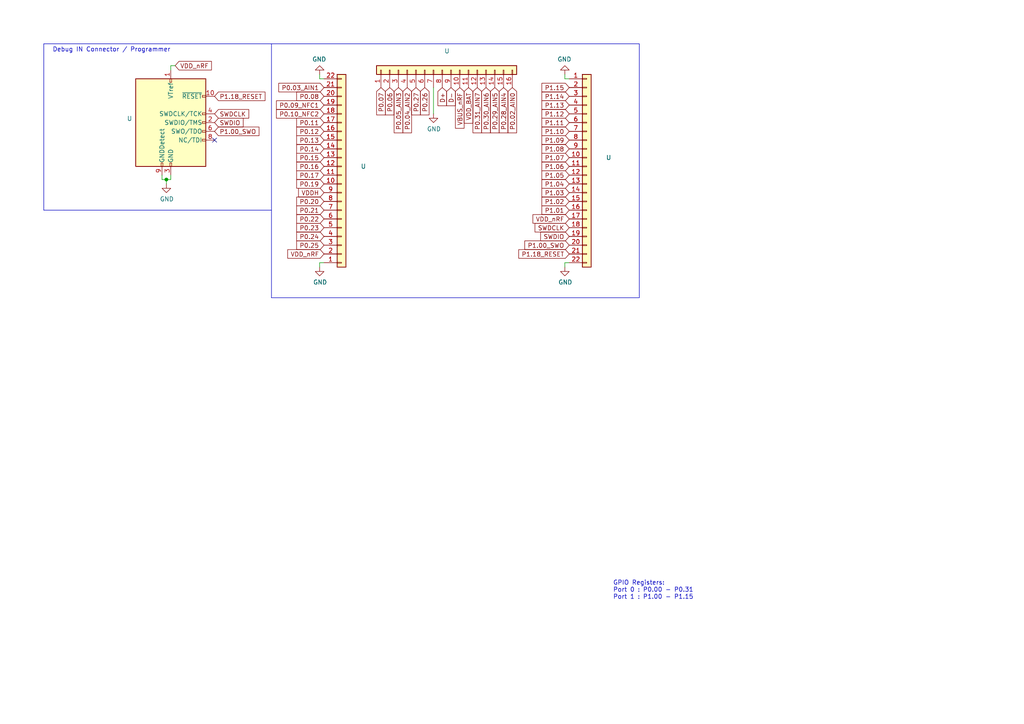
<source format=kicad_sch>
(kicad_sch (version 20220622) (generator eeschema)
  (paper "A4")
  (title_block (title "nRF52840_breakout") (date "2019-03-22") (rev "1.0.0"))
  (lib_symbols
    (symbol "Connector:Conn_ARM_JTAG_SWD_10" (pin_names (offset 1.016))
      (property "Reference" "J" (at -2.54 16.51 0))
      (property "Value" "Conn_ARM_JTAG_SWD_10" (at -2.54 13.97 0))
      (symbol "Conn_ARM_JTAG_SWD_10_0_1"
        (rectangle (start -10.16 12.7) (end 10.16 -12.7) (stroke (width 0.254)) (fill (type background)))
        (rectangle (start -2.794 -12.7) (end -2.286 -11.684))
        (rectangle (start -0.254 -12.7) (end 0.254 -11.684))
        (rectangle (start -0.254 12.7) (end 0.254 11.684))
        (rectangle (start 9.144 2.286) (end 10.16 2.794))
        (rectangle (start 10.16 -2.794) (end 9.144 -2.286))
        (rectangle (start 10.16 -0.254) (end 9.144 0.254))
        (rectangle (start 10.16 7.874) (end 9.144 7.366))
      )
      (symbol "Conn_ARM_JTAG_SWD_10_1_1"
        (rectangle (start 9.144 -5.334) (end 10.16 -4.826))
        (pin power_in line (at 0 15.24 270) (length 2.54) (name "VTref") (number "1"))
        (pin open_collector line (at 12.7 7.62 180) (length 2.54) (name "~{RESET}") (number "10"))
        (pin bidirectional line (at 12.7 0 180) (length 2.54) (name "SWDIO/TMS") (number "2"))
        (pin power_in line (at 0 -15.24 90) (length 2.54) (name "GND") (number "3"))
        (pin output line (at 12.7 2.54 180) (length 2.54) (name "SWDCLK/TCK") (number "4"))
        (pin passive line (at 0 -15.24 90) (length 2.54) hide (name "GND") (number "5"))
        (pin input line (at 12.7 -2.54 180) (length 2.54) (name "SWO/TDO") (number "6"))
        (pin no_connect line (at -10.16 0 0) (length 2.54) hide (name "KEY") (number "7"))
        (pin output line (at 12.7 -5.08 180) (length 2.54) (name "NC/TDI") (number "8"))
        (pin passive line (at -2.54 -15.24 90) (length 2.54) (name "GNDDetect") (number "9"))
      )
    )
    (symbol "Connector_Generic:Conn_01x16" (pin_names (offset 1.016) hide)
      (property "Reference" "J" (at 0 20.32 0))
      (property "Value" "Conn_01x16" (at 0 -22.86 0))
      (symbol "Conn_01x16_1_1"
        (rectangle (start -1.27 -20.193) (end 0 -20.447) (stroke (width 0.1524)))
        (rectangle (start -1.27 -17.653) (end 0 -17.907) (stroke (width 0.1524)))
        (rectangle (start -1.27 -15.113) (end 0 -15.367) (stroke (width 0.1524)))
        (rectangle (start -1.27 -12.573) (end 0 -12.827) (stroke (width 0.1524)))
        (rectangle (start -1.27 -10.033) (end 0 -10.287) (stroke (width 0.1524)))
        (rectangle (start -1.27 -7.493) (end 0 -7.747) (stroke (width 0.1524)))
        (rectangle (start -1.27 -4.953) (end 0 -5.207) (stroke (width 0.1524)))
        (rectangle (start -1.27 -2.413) (end 0 -2.667) (stroke (width 0.1524)))
        (rectangle (start -1.27 0.127) (end 0 -0.127) (stroke (width 0.1524)))
        (rectangle (start -1.27 2.667) (end 0 2.413) (stroke (width 0.1524)))
        (rectangle (start -1.27 5.207) (end 0 4.953) (stroke (width 0.1524)))
        (rectangle (start -1.27 7.747) (end 0 7.493) (stroke (width 0.1524)))
        (rectangle (start -1.27 10.287) (end 0 10.033) (stroke (width 0.1524)))
        (rectangle (start -1.27 12.827) (end 0 12.573) (stroke (width 0.1524)))
        (rectangle (start -1.27 15.367) (end 0 15.113) (stroke (width 0.1524)))
        (rectangle (start -1.27 17.907) (end 0 17.653) (stroke (width 0.1524)))
        (rectangle (start -1.27 19.05) (end 1.27 -21.59) (stroke (width 0.254)) (fill (type background)))
        (pin passive line (at -5.08 17.78 0) (length 3.81) (name "Pin_1") (number "1"))
        (pin passive line (at -5.08 -5.08 0) (length 3.81) (name "Pin_10") (number "10"))
        (pin passive line (at -5.08 -7.62 0) (length 3.81) (name "Pin_11") (number "11"))
        (pin passive line (at -5.08 -10.16 0) (length 3.81) (name "Pin_12") (number "12"))
        (pin passive line (at -5.08 -12.7 0) (length 3.81) (name "Pin_13") (number "13"))
        (pin passive line (at -5.08 -15.24 0) (length 3.81) (name "Pin_14") (number "14"))
        (pin passive line (at -5.08 -17.78 0) (length 3.81) (name "Pin_15") (number "15"))
        (pin passive line (at -5.08 -20.32 0) (length 3.81) (name "Pin_16") (number "16"))
        (pin passive line (at -5.08 15.24 0) (length 3.81) (name "Pin_2") (number "2"))
        (pin passive line (at -5.08 12.7 0) (length 3.81) (name "Pin_3") (number "3"))
        (pin passive line (at -5.08 10.16 0) (length 3.81) (name "Pin_4") (number "4"))
        (pin passive line (at -5.08 7.62 0) (length 3.81) (name "Pin_5") (number "5"))
        (pin passive line (at -5.08 5.08 0) (length 3.81) (name "Pin_6") (number "6"))
        (pin passive line (at -5.08 2.54 0) (length 3.81) (name "Pin_7") (number "7"))
        (pin passive line (at -5.08 0 0) (length 3.81) (name "Pin_8") (number "8"))
        (pin passive line (at -5.08 -2.54 0) (length 3.81) (name "Pin_9") (number "9"))
      )
    )
    (symbol "Connector_Generic:Conn_01x22" (pin_names (offset 1.016) hide)
      (property "Reference" "J" (at 0 27.94 0))
      (property "Value" "Conn_01x22" (at 0 -30.48 0))
      (symbol "Conn_01x22_1_1"
        (rectangle (start -1.27 -27.813) (end 0 -28.067) (stroke (width 0.1524)))
        (rectangle (start -1.27 -25.273) (end 0 -25.527) (stroke (width 0.1524)))
        (rectangle (start -1.27 -22.733) (end 0 -22.987) (stroke (width 0.1524)))
        (rectangle (start -1.27 -20.193) (end 0 -20.447) (stroke (width 0.1524)))
        (rectangle (start -1.27 -17.653) (end 0 -17.907) (stroke (width 0.1524)))
        (rectangle (start -1.27 -15.113) (end 0 -15.367) (stroke (width 0.1524)))
        (rectangle (start -1.27 -12.573) (end 0 -12.827) (stroke (width 0.1524)))
        (rectangle (start -1.27 -10.033) (end 0 -10.287) (stroke (width 0.1524)))
        (rectangle (start -1.27 -7.493) (end 0 -7.747) (stroke (width 0.1524)))
        (rectangle (start -1.27 -4.953) (end 0 -5.207) (stroke (width 0.1524)))
        (rectangle (start -1.27 -2.413) (end 0 -2.667) (stroke (width 0.1524)))
        (rectangle (start -1.27 0.127) (end 0 -0.127) (stroke (width 0.1524)))
        (rectangle (start -1.27 2.667) (end 0 2.413) (stroke (width 0.1524)))
        (rectangle (start -1.27 5.207) (end 0 4.953) (stroke (width 0.1524)))
        (rectangle (start -1.27 7.747) (end 0 7.493) (stroke (width 0.1524)))
        (rectangle (start -1.27 10.287) (end 0 10.033) (stroke (width 0.1524)))
        (rectangle (start -1.27 12.827) (end 0 12.573) (stroke (width 0.1524)))
        (rectangle (start -1.27 15.367) (end 0 15.113) (stroke (width 0.1524)))
        (rectangle (start -1.27 17.907) (end 0 17.653) (stroke (width 0.1524)))
        (rectangle (start -1.27 20.447) (end 0 20.193) (stroke (width 0.1524)))
        (rectangle (start -1.27 22.987) (end 0 22.733) (stroke (width 0.1524)))
        (rectangle (start -1.27 25.527) (end 0 25.273) (stroke (width 0.1524)))
        (rectangle (start -1.27 26.67) (end 1.27 -29.21) (stroke (width 0.254)) (fill (type background)))
        (pin passive line (at -5.08 25.4 0) (length 3.81) (name "Pin_1") (number "1"))
        (pin passive line (at -5.08 2.54 0) (length 3.81) (name "Pin_10") (number "10"))
        (pin passive line (at -5.08 0 0) (length 3.81) (name "Pin_11") (number "11"))
        (pin passive line (at -5.08 -2.54 0) (length 3.81) (name "Pin_12") (number "12"))
        (pin passive line (at -5.08 -5.08 0) (length 3.81) (name "Pin_13") (number "13"))
        (pin passive line (at -5.08 -7.62 0) (length 3.81) (name "Pin_14") (number "14"))
        (pin passive line (at -5.08 -10.16 0) (length 3.81) (name "Pin_15") (number "15"))
        (pin passive line (at -5.08 -12.7 0) (length 3.81) (name "Pin_16") (number "16"))
        (pin passive line (at -5.08 -15.24 0) (length 3.81) (name "Pin_17") (number "17"))
        (pin passive line (at -5.08 -17.78 0) (length 3.81) (name "Pin_18") (number "18"))
        (pin passive line (at -5.08 -20.32 0) (length 3.81) (name "Pin_19") (number "19"))
        (pin passive line (at -5.08 22.86 0) (length 3.81) (name "Pin_2") (number "2"))
        (pin passive line (at -5.08 -22.86 0) (length 3.81) (name "Pin_20") (number "20"))
        (pin passive line (at -5.08 -25.4 0) (length 3.81) (name "Pin_21") (number "21"))
        (pin passive line (at -5.08 -27.94 0) (length 3.81) (name "Pin_22") (number "22"))
        (pin passive line (at -5.08 20.32 0) (length 3.81) (name "Pin_3") (number "3"))
        (pin passive line (at -5.08 17.78 0) (length 3.81) (name "Pin_4") (number "4"))
        (pin passive line (at -5.08 15.24 0) (length 3.81) (name "Pin_5") (number "5"))
        (pin passive line (at -5.08 12.7 0) (length 3.81) (name "Pin_6") (number "6"))
        (pin passive line (at -5.08 10.16 0) (length 3.81) (name "Pin_7") (number "7"))
        (pin passive line (at -5.08 7.62 0) (length 3.81) (name "Pin_8") (number "8"))
        (pin passive line (at -5.08 5.08 0) (length 3.81) (name "Pin_9") (number "9"))
      )
    )
    (symbol "power:GND" (power) (pin_names (offset 0))
      (property "Value" "GND" (at 0 -3.81 0))
      (symbol "GND_0_1"
        (polyline (pts (xy 0 0) (xy 0 -1.27) (xy 1.27 -1.27) (xy 0 -2.54) (xy -1.27 -1.27) (xy 0 -1.27)))
      )
      (symbol "GND_1_1"
        (pin power_in line (at 0 0 270) (length 0) hide (name "GND") (number "1"))
      )
    )
  )
  (junction (at 48.26 52.07))
  (no_connect (at 62.23 40.64))
  (polyline (pts (xy 78.74 60.96) (xy 12.7 60.96)))
  (polyline (pts (xy 78.74 12.7) (xy 78.74 86.36)))
  (wire (pts (xy 163.83 21.59) (xy 163.83 22.86)))
  (wire (pts (xy 46.99 52.07) (xy 48.26 52.07)))
  (wire (pts (xy 49.53 19.05) (xy 49.53 20.32)))
  (wire (pts (xy 46.99 50.8) (xy 46.99 52.07)))
  (wire (pts (xy 165.1 76.2) (xy 163.83 76.2)))
  (wire (pts (xy 92.71 22.86) (xy 93.98 22.86)))
  (wire (pts (xy 48.26 52.07) (xy 49.53 52.07)))
  (polyline (pts (xy 185.42 86.36) (xy 185.42 12.7)))
  (wire (pts (xy 49.53 52.07) (xy 49.53 50.8)))
  (wire (pts (xy 92.71 77.47) (xy 92.71 76.2)))
  (wire (pts (xy 92.71 76.2) (xy 93.98 76.2)))
  (wire (pts (xy 92.71 21.59) (xy 92.71 22.86)))
  (wire (pts (xy 48.26 52.07) (xy 48.26 53.34)))
  (polyline (pts (xy 12.7 12.7) (xy 185.42 12.7)))
  (polyline (pts (xy 78.74 86.36) (xy 185.42 86.36)))
  (wire (pts (xy 125.73 33.02) (xy 125.73 25.4)))
  (wire (pts (xy 163.83 22.86) (xy 165.1 22.86)))
  (wire (pts (xy 163.83 76.2) (xy 163.83 77.47)))
  (wire (pts (xy 50.8 19.05) (xy 49.53 19.05)))
  (polyline (pts (xy 12.7 60.96) (xy 12.7 12.7)))
  (text "Debug IN Connector / Programmer" (at 15.24 15.24 0) (effects (font (size 1.27 1.27)) (justify left bottom)))
  (text "GPIO Registers:\nPort 0 : P0.00 - P0.31\nPort 1 : P1.00 - P1.15" (at 177.8 173.99 0) (effects (font (size 1.27 1.27)) (justify left bottom)))
  (global_label "P0.14" (shape input) (at 93.98 43.18 180) (property "Intersheetrefs" "${INTERSHEET_REFS}" (at 0 0 0)))
  (global_label "P0.19" (shape input) (at 93.98 53.34 180) (property "Intersheetrefs" "${INTERSHEET_REFS}" (at 0 0 0)))
  (global_label "P1.18_RESET" (shape input) (at 62.23 27.94 0) (property "Intersheetrefs" "${INTERSHEET_REFS}" (at 0 0 0)))
  (global_label "P0.11" (shape input) (at 93.98 35.56 180) (property "Intersheetrefs" "${INTERSHEET_REFS}" (at 0 0 0)))
  (global_label "P0.13" (shape input) (at 93.98 40.64 180) (property "Intersheetrefs" "${INTERSHEET_REFS}" (at 0 0 0)))
  (global_label "P0.17" (shape input) (at 93.98 50.8 180) (property "Intersheetrefs" "${INTERSHEET_REFS}" (at 0 0 0)))
  (global_label "P1.05" (shape input) (at 165.1 50.8 180) (property "Intersheetrefs" "${INTERSHEET_REFS}" (at 0 0 0)))
  (global_label "P0.24" (shape input) (at 93.98 68.58 180) (property "Intersheetrefs" "${INTERSHEET_REFS}" (at 0 0 0)))
  (global_label "P1.18_RESET" (shape input) (at 165.1 73.66 180) (property "Intersheetrefs" "${INTERSHEET_REFS}" (at 0 0 0)))
  (global_label "P0.15" (shape input) (at 93.98 45.72 180) (property "Intersheetrefs" "${INTERSHEET_REFS}" (at 0 0 0)))
  (global_label "SWDCLK" (shape input) (at 165.1 66.04 180) (property "Intersheetrefs" "${INTERSHEET_REFS}" (at 0 0 0)))
  (global_label "P1.00_SWO" (shape input) (at 62.23 38.1 0) (property "Intersheetrefs" "${INTERSHEET_REFS}" (at 0 0 0)))
  (global_label "P0.28_AIN4" (shape input) (at 146.05 25.4 270) (property "Intersheetrefs" "${INTERSHEET_REFS}" (at 0 0 0)))
  (global_label "D+" (shape input) (at 128.27 25.4 270) (property "Intersheetrefs" "${INTERSHEET_REFS}" (at 0 0 0)))
  (global_label "P1.01" (shape input) (at 165.1 60.96 180) (property "Intersheetrefs" "${INTERSHEET_REFS}" (at 0 0 0)))
  (global_label "P1.14" (shape input) (at 165.1 27.94 180) (property "Intersheetrefs" "${INTERSHEET_REFS}" (at 0 0 0)))
  (global_label "P0.21" (shape input) (at 93.98 60.96 180) (property "Intersheetrefs" "${INTERSHEET_REFS}" (at 0 0 0)))
  (global_label "VDD_BAT" (shape input) (at 135.89 25.4 270) (property "Intersheetrefs" "${INTERSHEET_REFS}" (at 0 0 0)))
  (global_label "P1.04" (shape input) (at 165.1 53.34 180) (property "Intersheetrefs" "${INTERSHEET_REFS}" (at 0 0 0)))
  (global_label "P0.29_AIN5" (shape input) (at 143.51 25.4 270) (property "Intersheetrefs" "${INTERSHEET_REFS}" (at 0 0 0)))
  (global_label "P0.10_NFC2" (shape input) (at 93.98 33.02 180) (property "Intersheetrefs" "${INTERSHEET_REFS}" (at 0 0 0)))
  (global_label "P0.09_NFC1" (shape input) (at 93.98 30.48 180) (property "Intersheetrefs" "${INTERSHEET_REFS}" (at 0 0 0)))
  (global_label "SWDCLK" (shape input) (at 62.23 33.02 0) (property "Intersheetrefs" "${INTERSHEET_REFS}" (at 0 0 0)))
  (global_label "VDD_nRF" (shape input) (at 50.8 19.05 0) (property "Intersheetrefs" "${INTERSHEET_REFS}" (at 0 0 0)))
  (global_label "P0.07" (shape input) (at 110.49 25.4 270) (property "Intersheetrefs" "${INTERSHEET_REFS}" (at 0 0 0)))
  (global_label "VDD_nRF" (shape input) (at 93.98 73.66 180) (property "Intersheetrefs" "${INTERSHEET_REFS}" (at 0 0 0)))
  (global_label "P0.23" (shape input) (at 93.98 66.04 180) (property "Intersheetrefs" "${INTERSHEET_REFS}" (at 0 0 0)))
  (global_label "P1.06" (shape input) (at 165.1 48.26 180) (property "Intersheetrefs" "${INTERSHEET_REFS}" (at 0 0 0)))
  (global_label "VBUS_nRF" (shape input) (at 133.35 25.4 270) (property "Intersheetrefs" "${INTERSHEET_REFS}" (at 0 0 0)))
  (global_label "P1.02" (shape input) (at 165.1 58.42 180) (property "Intersheetrefs" "${INTERSHEET_REFS}" (at 0 0 0)))
  (global_label "P0.16" (shape input) (at 93.98 48.26 180) (property "Intersheetrefs" "${INTERSHEET_REFS}" (at 0 0 0)))
  (global_label "P1.12" (shape input) (at 165.1 33.02 180) (property "Intersheetrefs" "${INTERSHEET_REFS}" (at 0 0 0)))
  (global_label "P0.30_AIN6" (shape input) (at 140.97 25.4 270) (property "Intersheetrefs" "${INTERSHEET_REFS}" (at 0 0 0)))
  (global_label "P0.12" (shape input) (at 93.98 38.1 180) (property "Intersheetrefs" "${INTERSHEET_REFS}" (at 0 0 0)))
  (global_label "P0.31_AIN7" (shape input) (at 138.43 25.4 270) (property "Intersheetrefs" "${INTERSHEET_REFS}" (at 0 0 0)))
  (global_label "P0.06" (shape input) (at 113.03 25.4 270) (property "Intersheetrefs" "${INTERSHEET_REFS}" (at 0 0 0)))
  (global_label "VDD_nRF" (shape input) (at 165.1 63.5 180) (property "Intersheetrefs" "${INTERSHEET_REFS}" (at 0 0 0)))
  (global_label "SWDIO" (shape input) (at 165.1 68.58 180) (property "Intersheetrefs" "${INTERSHEET_REFS}" (at 0 0 0)))
  (global_label "P1.00_SWO" (shape input) (at 165.1 71.12 180) (property "Intersheetrefs" "${INTERSHEET_REFS}" (at 0 0 0)))
  (global_label "P1.07" (shape input) (at 165.1 45.72 180) (property "Intersheetrefs" "${INTERSHEET_REFS}" (at 0 0 0)))
  (global_label "VDDH" (shape input) (at 93.98 55.88 180) (property "Intersheetrefs" "${INTERSHEET_REFS}" (at 0 0 0)))
  (global_label "P0.04_AIN2" (shape input) (at 118.11 25.4 270) (property "Intersheetrefs" "${INTERSHEET_REFS}" (at 0 0 0)))
  (global_label "P0.26" (shape input) (at 123.19 25.4 270) (property "Intersheetrefs" "${INTERSHEET_REFS}" (at 0 0 0)))
  (global_label "P0.20" (shape input) (at 93.98 58.42 180) (property "Intersheetrefs" "${INTERSHEET_REFS}" (at 0 0 0)))
  (global_label "P0.02_AIN0" (shape input) (at 148.59 25.4 270) (property "Intersheetrefs" "${INTERSHEET_REFS}" (at 0 0 0)))
  (global_label "P0.05_AIN3" (shape input) (at 115.57 25.4 270) (property "Intersheetrefs" "${INTERSHEET_REFS}" (at 0 0 0)))
  (global_label "P1.15" (shape input) (at 165.1 25.4 180) (property "Intersheetrefs" "${INTERSHEET_REFS}" (at 0 0 0)))
  (global_label "P0.25" (shape input) (at 93.98 71.12 180) (property "Intersheetrefs" "${INTERSHEET_REFS}" (at 0 0 0)))
  (global_label "P1.10" (shape input) (at 165.1 38.1 180) (property "Intersheetrefs" "${INTERSHEET_REFS}" (at 0 0 0)))
  (global_label "P0.08" (shape input) (at 93.98 27.94 180) (property "Intersheetrefs" "${INTERSHEET_REFS}" (at 0 0 0)))
  (global_label "P1.11" (shape input) (at 165.1 35.56 180) (property "Intersheetrefs" "${INTERSHEET_REFS}" (at 0 0 0)))
  (global_label "P0.03_AIN1" (shape input) (at 93.98 25.4 180) (property "Intersheetrefs" "${INTERSHEET_REFS}" (at 0 0 0)))
  (global_label "P0.22" (shape input) (at 93.98 63.5 180) (property "Intersheetrefs" "${INTERSHEET_REFS}" (at 0 0 0)))
  (global_label "P1.09" (shape input) (at 165.1 40.64 180) (property "Intersheetrefs" "${INTERSHEET_REFS}" (at 0 0 0)))
  (global_label "SWDIO" (shape input) (at 62.23 35.56 0) (property "Intersheetrefs" "${INTERSHEET_REFS}" (at 0 0 0)))
  (global_label "P1.03" (shape input) (at 165.1 55.88 180) (property "Intersheetrefs" "${INTERSHEET_REFS}" (at 0 0 0)))
  (global_label "P0.27" (shape input) (at 120.65 25.4 270) (property "Intersheetrefs" "${INTERSHEET_REFS}" (at 0 0 0)))
  (global_label "P1.08" (shape input) (at 165.1 43.18 180) (property "Intersheetrefs" "${INTERSHEET_REFS}" (at 0 0 0)))
  (global_label "P1.13" (shape input) (at 165.1 30.48 180) (property "Intersheetrefs" "${INTERSHEET_REFS}" (at 0 0 0)))
  (global_label "D-" (shape input) (at 130.81 25.4 270) (property "Intersheetrefs" "${INTERSHEET_REFS}" (at 0 0 0)))
  (symbol (lib_id "power:GND") (at 163.83 77.47 0) (unit 1)
    (default_instance (reference "U") (unit 1) (value "") (footprint ""))
    (property "Reference" "U" (effects hide))
  )
  (symbol (lib_id "power:GND") (at 92.71 21.59 180) (unit 1)
    (default_instance (reference "U") (unit 1) (value "") (footprint ""))
    (property "Reference" "U" (effects hide))
  )
  (symbol (lib_id "power:GND") (at 92.71 77.47 0) (unit 1)
    (default_instance (reference "U") (unit 1) (value "") (footprint ""))
    (property "Reference" "U" (effects hide))
  )
  (symbol (lib_id "power:GND") (at 163.83 21.59 180) (unit 1)
    (default_instance (reference "U") (unit 1) (value "") (footprint ""))
    (property "Reference" "U" (effects hide))
  )
  (symbol (lib_id "power:GND") (at 125.73 33.02 0) (unit 1)
    (default_instance (reference "U") (unit 1) (value "") (footprint ""))
    (property "Reference" "U" (effects hide))
  )
  (symbol (lib_id "Connector_Generic:Conn_01x22") (at 99.06 50.8 0) (mirror x) (unit 1)
    (default_instance (reference "U") (unit 1) (value "") (footprint ""))
    (property "Reference" "U" (at 105.41 48.26 0))
  )
  (symbol (lib_id "Connector_Generic:Conn_01x22") (at 170.18 48.26 0) (unit 1)
    (default_instance (reference "U") (unit 1) (value "") (footprint ""))
    (property "Reference" "U" (at 176.53 45.72 0))
  )
  (symbol (lib_id "Connector_Generic:Conn_01x16") (at 128.27 20.32 90) (unit 1)
    (default_instance (reference "U") (unit 1) (value "") (footprint ""))
    (property "Reference" "U" (at 129.6416 14.8082 90))
  )
  (symbol (lib_id "Connector:Conn_ARM_JTAG_SWD_10") (at 49.53 35.56 0) (unit 1)
    (default_instance (reference "U") (unit 1) (value "") (footprint ""))
    (property "Reference" "U" (at 38.354 34.3916 0) (effects (justify right)))
    (property "Datasheet" "http://infocenter.arm.com/help/topic/com.arm.doc.ddi0314h/DDI0314H_coresight_components_trm.pdf" (effects hide))
  )
  (symbol (lib_id "power:GND") (at 48.26 53.34 0) (unit 1)
    (default_instance (reference "U") (unit 1) (value "") (footprint ""))
    (property "Reference" "U" (effects hide))
  )
)
</source>
